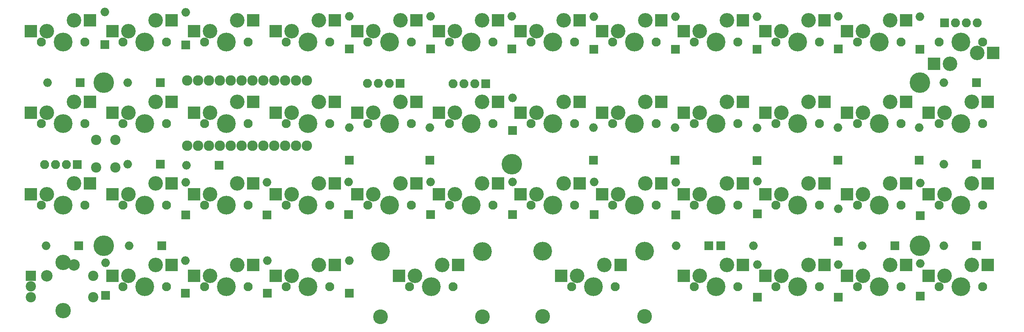
<source format=gbs>
G04 #@! TF.GenerationSoftware,KiCad,Pcbnew,(5.1.5)-3*
G04 #@! TF.CreationDate,2022-02-19T00:44:22-06:00*
G04 #@! TF.ProjectId,Contra,436f6e74-7261-42e6-9b69-6361645f7063,rev?*
G04 #@! TF.SameCoordinates,Original*
G04 #@! TF.FileFunction,Soldermask,Bot*
G04 #@! TF.FilePolarity,Negative*
%FSLAX46Y46*%
G04 Gerber Fmt 4.6, Leading zero omitted, Abs format (unit mm)*
G04 Created by KiCad (PCBNEW (5.1.5)-3) date 2022-02-19 00:44:22*
%MOMM*%
%LPD*%
G04 APERTURE LIST*
%ADD10R,2.000000X2.000000*%
%ADD11O,2.000000X2.000000*%
%ADD12R,2.950000X2.900000*%
%ADD13C,2.101800*%
%ADD14C,4.387800*%
%ADD15C,3.400000*%
%ADD16C,2.686000*%
%ADD17C,2.400000*%
%ADD18C,2.432000*%
%ADD19C,4.800000*%
%ADD20C,1.100000*%
%ADD21C,3.448000*%
%ADD22C,3.600000*%
%ADD23R,2.400000X2.400000*%
%ADD24R,2.100000X2.100000*%
%ADD25O,2.100000X2.100000*%
G04 APERTURE END LIST*
D10*
X42068750Y-47625000D03*
D11*
X34448750Y-47625000D03*
D12*
X68640000Y-35560000D03*
D13*
X71120000Y-38100000D03*
X81280000Y-38100000D03*
D14*
X76200000Y-38100000D03*
D15*
X72390000Y-35560000D03*
X78740000Y-33020000D03*
D12*
X82490000Y-33020000D03*
X241360000Y-43180000D03*
D15*
X245110000Y-43180000D03*
X251460000Y-40640000D03*
D14*
X247650000Y-38100000D03*
D13*
X242570000Y-38100000D03*
X252730000Y-38100000D03*
D12*
X255210000Y-40640000D03*
X106740000Y-54610000D03*
D13*
X109220000Y-57150000D03*
X119380000Y-57150000D03*
D14*
X114300000Y-57150000D03*
D15*
X110490000Y-54610000D03*
X116840000Y-52070000D03*
D12*
X120590000Y-52070000D03*
X30540000Y-35560000D03*
D13*
X33020000Y-38100000D03*
X43180000Y-38100000D03*
D14*
X38100000Y-38100000D03*
D15*
X34290000Y-35560000D03*
X40640000Y-33020000D03*
D12*
X44390000Y-33020000D03*
X182940000Y-35560000D03*
D13*
X185420000Y-38100000D03*
X195580000Y-38100000D03*
D14*
X190500000Y-38100000D03*
D15*
X186690000Y-35560000D03*
X193040000Y-33020000D03*
D12*
X196790000Y-33020000D03*
X221040000Y-35560000D03*
D13*
X223520000Y-38100000D03*
X233680000Y-38100000D03*
D14*
X228600000Y-38100000D03*
D15*
X224790000Y-35560000D03*
X231140000Y-33020000D03*
D12*
X234890000Y-33020000D03*
X139640000Y-52070000D03*
D15*
X135890000Y-52070000D03*
X129540000Y-54610000D03*
D14*
X133350000Y-57150000D03*
D13*
X138430000Y-57150000D03*
X128270000Y-57150000D03*
D12*
X125790000Y-54610000D03*
X106740000Y-35560000D03*
D13*
X109220000Y-38100000D03*
X119380000Y-38100000D03*
D14*
X114300000Y-38100000D03*
D15*
X110490000Y-35560000D03*
X116840000Y-33020000D03*
D12*
X120590000Y-33020000D03*
X177740000Y-52070000D03*
D15*
X173990000Y-52070000D03*
X167640000Y-54610000D03*
D14*
X171450000Y-57150000D03*
D13*
X176530000Y-57150000D03*
X166370000Y-57150000D03*
D12*
X163890000Y-54610000D03*
X182940000Y-54610000D03*
D13*
X185420000Y-57150000D03*
X195580000Y-57150000D03*
D14*
X190500000Y-57150000D03*
D15*
X186690000Y-54610000D03*
X193040000Y-52070000D03*
D12*
X196790000Y-52070000D03*
X101540000Y-33020000D03*
D15*
X97790000Y-33020000D03*
X91440000Y-35560000D03*
D14*
X95250000Y-38100000D03*
D13*
X100330000Y-38100000D03*
X90170000Y-38100000D03*
D12*
X87690000Y-35560000D03*
X215840000Y-33020000D03*
D15*
X212090000Y-33020000D03*
X205740000Y-35560000D03*
D14*
X209550000Y-38100000D03*
D13*
X214630000Y-38100000D03*
X204470000Y-38100000D03*
D12*
X201990000Y-35560000D03*
X177740000Y-33020000D03*
D15*
X173990000Y-33020000D03*
X167640000Y-35560000D03*
D14*
X171450000Y-38100000D03*
D13*
X176530000Y-38100000D03*
X166370000Y-38100000D03*
D12*
X163890000Y-35560000D03*
X30540000Y-54610000D03*
D13*
X33020000Y-57150000D03*
X43180000Y-57150000D03*
D14*
X38100000Y-57150000D03*
D15*
X34290000Y-54610000D03*
X40640000Y-52070000D03*
D12*
X44390000Y-52070000D03*
X139640000Y-33020000D03*
D15*
X135890000Y-33020000D03*
X129540000Y-35560000D03*
D14*
X133350000Y-38100000D03*
D13*
X138430000Y-38100000D03*
X128270000Y-38100000D03*
D12*
X125790000Y-35560000D03*
X144840000Y-54610000D03*
D13*
X147320000Y-57150000D03*
X157480000Y-57150000D03*
D14*
X152400000Y-57150000D03*
D15*
X148590000Y-54610000D03*
X154940000Y-52070000D03*
D12*
X158690000Y-52070000D03*
X101540000Y-52070000D03*
D15*
X97790000Y-52070000D03*
X91440000Y-54610000D03*
D14*
X95250000Y-57150000D03*
D13*
X100330000Y-57150000D03*
X90170000Y-57150000D03*
D12*
X87690000Y-54610000D03*
X63440000Y-33020000D03*
D15*
X59690000Y-33020000D03*
X53340000Y-35560000D03*
D14*
X57150000Y-38100000D03*
D13*
X62230000Y-38100000D03*
X52070000Y-38100000D03*
D12*
X49590000Y-35560000D03*
D16*
X34280000Y-92700000D03*
X40630000Y-90160000D03*
D11*
X162050000Y-70820000D03*
D10*
X162050000Y-78440000D03*
D11*
X199220000Y-85670000D03*
D10*
X191600000Y-85670000D03*
X219020000Y-84660000D03*
D11*
X219020000Y-77040000D03*
D10*
X142970000Y-78410000D03*
D11*
X142970000Y-70790000D03*
D10*
X104910000Y-96780000D03*
D11*
X104910000Y-89160000D03*
X224631250Y-85725000D03*
D10*
X232251250Y-85725000D03*
X200140000Y-78250000D03*
D11*
X200140000Y-70630000D03*
D10*
X238160000Y-97450000D03*
D11*
X238160000Y-89830000D03*
D10*
X238160000Y-78670000D03*
D11*
X238160000Y-71050000D03*
D10*
X251301250Y-85725000D03*
D11*
X243681250Y-85725000D03*
X181180000Y-85700000D03*
D10*
X188800000Y-85700000D03*
X47970000Y-97260000D03*
D11*
X47970000Y-89640000D03*
X85700000Y-70850000D03*
D10*
X85700000Y-78470000D03*
D11*
X219080000Y-90090000D03*
D10*
X219080000Y-97710000D03*
D11*
X85740000Y-89160000D03*
D10*
X85740000Y-96780000D03*
X123860000Y-78410000D03*
D11*
X123860000Y-70790000D03*
X200140000Y-90090000D03*
D10*
X200140000Y-97710000D03*
D11*
X104780000Y-70790000D03*
D10*
X104780000Y-78410000D03*
D11*
X53181250Y-47625000D03*
D10*
X60801250Y-47625000D03*
X104880000Y-65690000D03*
D11*
X104880000Y-58070000D03*
X180930000Y-58070000D03*
D10*
X180930000Y-65690000D03*
D11*
X66740000Y-31140000D03*
D10*
X66740000Y-38760000D03*
X47840000Y-38720000D03*
D11*
X47840000Y-31100000D03*
X123730000Y-58070000D03*
D10*
X123730000Y-65690000D03*
D11*
X243681250Y-66675000D03*
D10*
X251301250Y-66675000D03*
X238100000Y-39780000D03*
D11*
X238100000Y-32160000D03*
D10*
X237940000Y-65690000D03*
D11*
X237940000Y-58070000D03*
X200040000Y-58130000D03*
D10*
X200040000Y-65750000D03*
X60801250Y-66675000D03*
D11*
X53181250Y-66675000D03*
D10*
X142970000Y-58730000D03*
D11*
X142970000Y-51110000D03*
X66890000Y-66880000D03*
D10*
X74510000Y-66880000D03*
X218920000Y-65690000D03*
D11*
X218920000Y-58070000D03*
D10*
X123860000Y-39750000D03*
D11*
X123860000Y-32130000D03*
D10*
X161880000Y-65720000D03*
D11*
X161880000Y-58100000D03*
X161980000Y-32160000D03*
D10*
X161980000Y-39780000D03*
D11*
X181060000Y-32160000D03*
D10*
X181060000Y-39780000D03*
D12*
X201990000Y-92710000D03*
D13*
X204470000Y-95250000D03*
X214630000Y-95250000D03*
D14*
X209550000Y-95250000D03*
D15*
X205740000Y-92710000D03*
X212090000Y-90170000D03*
D12*
X215840000Y-90170000D03*
X130340000Y-90190000D03*
D15*
X126590000Y-90190000D03*
X120240000Y-92730000D03*
D14*
X124050000Y-95270000D03*
D13*
X129130000Y-95270000D03*
X118970000Y-95270000D03*
D12*
X116490000Y-92730000D03*
X240090000Y-73660000D03*
D13*
X242570000Y-76200000D03*
X252730000Y-76200000D03*
D14*
X247650000Y-76200000D03*
D15*
X243840000Y-73660000D03*
X250190000Y-71120000D03*
D12*
X253940000Y-71120000D03*
X63440000Y-90170000D03*
D15*
X59690000Y-90170000D03*
X53340000Y-92710000D03*
D14*
X57150000Y-95250000D03*
D13*
X62230000Y-95250000D03*
X52070000Y-95250000D03*
D12*
X49590000Y-92710000D03*
X182940000Y-92710000D03*
D13*
X185420000Y-95250000D03*
X195580000Y-95250000D03*
D14*
X190500000Y-95250000D03*
D15*
X186690000Y-92710000D03*
X193040000Y-90170000D03*
D12*
X196790000Y-90170000D03*
D17*
X45780000Y-67430000D03*
X50280000Y-67430000D03*
X45780000Y-60930000D03*
X50280000Y-60930000D03*
D12*
X154360000Y-92710000D03*
D13*
X156840000Y-95250000D03*
X167000000Y-95250000D03*
D14*
X161920000Y-95250000D03*
D15*
X158110000Y-92710000D03*
X164460000Y-90170000D03*
D12*
X168210000Y-90170000D03*
X101540000Y-90170000D03*
D15*
X97790000Y-90170000D03*
X91440000Y-92710000D03*
D14*
X95250000Y-95250000D03*
D13*
X100330000Y-95250000D03*
X90170000Y-95250000D03*
D12*
X87690000Y-92710000D03*
X125790000Y-73660000D03*
D13*
X128270000Y-76200000D03*
X138430000Y-76200000D03*
D14*
X133350000Y-76200000D03*
D15*
X129540000Y-73660000D03*
X135890000Y-71120000D03*
D12*
X139640000Y-71120000D03*
X221040000Y-92710000D03*
D13*
X223520000Y-95250000D03*
X233680000Y-95250000D03*
D14*
X228600000Y-95250000D03*
D15*
X224790000Y-92710000D03*
X231140000Y-90170000D03*
D12*
X234890000Y-90170000D03*
X68640000Y-54610000D03*
D13*
X71120000Y-57150000D03*
X81280000Y-57150000D03*
D14*
X76200000Y-57150000D03*
D15*
X72390000Y-54610000D03*
X78740000Y-52070000D03*
D12*
X82490000Y-52070000D03*
X63440000Y-52070000D03*
D15*
X59690000Y-52070000D03*
X53340000Y-54610000D03*
D14*
X57150000Y-57150000D03*
D13*
X62230000Y-57150000D03*
X52070000Y-57150000D03*
D12*
X49590000Y-54610000D03*
X253940000Y-90170000D03*
D15*
X250190000Y-90170000D03*
X243840000Y-92710000D03*
D14*
X247650000Y-95250000D03*
D13*
X252730000Y-95250000D03*
X242570000Y-95250000D03*
D12*
X240090000Y-92710000D03*
X158690000Y-71120000D03*
D15*
X154940000Y-71120000D03*
X148590000Y-73660000D03*
D14*
X152400000Y-76200000D03*
D13*
X157480000Y-76200000D03*
X147320000Y-76200000D03*
D12*
X144840000Y-73660000D03*
X221040000Y-73660000D03*
D13*
X223520000Y-76200000D03*
X233680000Y-76200000D03*
D14*
X228600000Y-76200000D03*
D15*
X224790000Y-73660000D03*
X231140000Y-71120000D03*
D12*
X234890000Y-71120000D03*
X177740000Y-71120000D03*
D15*
X173990000Y-71120000D03*
X167640000Y-73660000D03*
D14*
X171450000Y-76200000D03*
D13*
X176530000Y-76200000D03*
X166370000Y-76200000D03*
D12*
X163890000Y-73660000D03*
X182940000Y-73660000D03*
D13*
X185420000Y-76200000D03*
X195580000Y-76200000D03*
D14*
X190500000Y-76200000D03*
D15*
X186690000Y-73660000D03*
X193040000Y-71120000D03*
D12*
X196790000Y-71120000D03*
X253940000Y-52070000D03*
D15*
X250190000Y-52070000D03*
X243840000Y-54610000D03*
D14*
X247650000Y-57150000D03*
D13*
X252730000Y-57150000D03*
X242570000Y-57150000D03*
D12*
X240090000Y-54610000D03*
X49590000Y-73660000D03*
D13*
X52070000Y-76200000D03*
X62230000Y-76200000D03*
D14*
X57150000Y-76200000D03*
D15*
X53340000Y-73660000D03*
X59690000Y-71120000D03*
D12*
X63440000Y-71120000D03*
X82490000Y-71120000D03*
D15*
X78740000Y-71120000D03*
X72390000Y-73660000D03*
D14*
X76200000Y-76200000D03*
D13*
X81280000Y-76200000D03*
X71120000Y-76200000D03*
D12*
X68640000Y-73660000D03*
X87690000Y-73660000D03*
D13*
X90170000Y-76200000D03*
X100330000Y-76200000D03*
D14*
X95250000Y-76200000D03*
D15*
X91440000Y-73660000D03*
X97790000Y-71120000D03*
D12*
X101540000Y-71120000D03*
X82490000Y-90170000D03*
D15*
X78740000Y-90170000D03*
X72390000Y-92710000D03*
D14*
X76200000Y-95250000D03*
D13*
X81280000Y-95250000D03*
X71120000Y-95250000D03*
D12*
X68640000Y-92710000D03*
X201990000Y-73660000D03*
D13*
X204470000Y-76200000D03*
X214630000Y-76200000D03*
D14*
X209550000Y-76200000D03*
D15*
X205740000Y-73660000D03*
X212090000Y-71120000D03*
D12*
X215840000Y-71120000D03*
X215840000Y-52070000D03*
D15*
X212090000Y-52070000D03*
X205740000Y-54610000D03*
D14*
X209550000Y-57150000D03*
D13*
X214630000Y-57150000D03*
X204470000Y-57150000D03*
D12*
X201990000Y-54610000D03*
X44390000Y-71120000D03*
D15*
X40640000Y-71120000D03*
X34290000Y-73660000D03*
D14*
X38100000Y-76200000D03*
D13*
X43180000Y-76200000D03*
X33020000Y-76200000D03*
D12*
X30540000Y-73660000D03*
X120590000Y-71120000D03*
D15*
X116840000Y-71120000D03*
X110490000Y-73660000D03*
D14*
X114300000Y-76200000D03*
D13*
X119380000Y-76200000D03*
X109220000Y-76200000D03*
D12*
X106740000Y-73660000D03*
X144840000Y-35560000D03*
D13*
X147320000Y-38100000D03*
X157480000Y-38100000D03*
D14*
X152400000Y-38100000D03*
D15*
X148590000Y-35560000D03*
X154940000Y-33020000D03*
D12*
X158690000Y-33020000D03*
X221040000Y-54610000D03*
D13*
X223520000Y-57150000D03*
X233680000Y-57150000D03*
D14*
X228600000Y-57150000D03*
D15*
X224790000Y-54610000D03*
X231140000Y-52070000D03*
D12*
X234890000Y-52070000D03*
D11*
X181120000Y-70850000D03*
D10*
X181120000Y-78470000D03*
X66720000Y-78470000D03*
D11*
X66720000Y-70850000D03*
X200100000Y-32160000D03*
D10*
X200100000Y-39780000D03*
D18*
X67050000Y-47080000D03*
X69590000Y-47080000D03*
X72130000Y-47080000D03*
X74670000Y-47080000D03*
X77210000Y-47080000D03*
X79750000Y-47080000D03*
X82290000Y-47080000D03*
X84830000Y-47080000D03*
X87370000Y-47080000D03*
X89910000Y-47080000D03*
X92450000Y-47080000D03*
X94990000Y-47080000D03*
X67050000Y-62320000D03*
X69590000Y-62320000D03*
X72130000Y-62320000D03*
X74670000Y-62320000D03*
X77210000Y-62320000D03*
X79750000Y-62320000D03*
X82290000Y-62320000D03*
X84830000Y-62320000D03*
X87370000Y-62320000D03*
X89910000Y-62320000D03*
X92450000Y-62320000D03*
X94990000Y-62320000D03*
D10*
X104880000Y-39750000D03*
D11*
X104880000Y-32130000D03*
X53498750Y-85725000D03*
D10*
X61118750Y-85725000D03*
D11*
X66660000Y-89160000D03*
D10*
X66660000Y-96780000D03*
D11*
X34131250Y-85725000D03*
D10*
X41751250Y-85725000D03*
D11*
X142870000Y-32130000D03*
D10*
X142870000Y-39750000D03*
X219080000Y-39750000D03*
D11*
X219080000Y-32130000D03*
D10*
X251301250Y-47625000D03*
D11*
X243681250Y-47625000D03*
D19*
X238125000Y-85725000D03*
D20*
X239775000Y-85725000D03*
X239291726Y-86891726D03*
X238125000Y-87375000D03*
X236958274Y-86891726D03*
X236475000Y-85725000D03*
X236958274Y-84558274D03*
X238125000Y-84075000D03*
X239291726Y-84558274D03*
D19*
X238125000Y-47625000D03*
D20*
X239775000Y-47625000D03*
X239291726Y-48791726D03*
X238125000Y-49275000D03*
X236958274Y-48791726D03*
X236475000Y-47625000D03*
X236958274Y-46458274D03*
X238125000Y-45975000D03*
X239291726Y-46458274D03*
D19*
X142875000Y-66675000D03*
D20*
X144525000Y-66675000D03*
X144041726Y-67841726D03*
X142875000Y-68325000D03*
X141708274Y-67841726D03*
X141225000Y-66675000D03*
X141708274Y-65508274D03*
X142875000Y-65025000D03*
X144041726Y-65508274D03*
D19*
X47625000Y-47625000D03*
D20*
X49275000Y-47625000D03*
X48791726Y-48791726D03*
X47625000Y-49275000D03*
X46458274Y-48791726D03*
X45975000Y-47625000D03*
X46458274Y-46458274D03*
X47625000Y-45975000D03*
X48791726Y-46458274D03*
D19*
X47625000Y-85725000D03*
D20*
X49275000Y-85725000D03*
X48791726Y-86891726D03*
X47625000Y-87375000D03*
X46458274Y-86891726D03*
X45975000Y-85725000D03*
X46458274Y-84558274D03*
X47625000Y-84075000D03*
X48791726Y-84558274D03*
D21*
X135950000Y-102265000D03*
X112150000Y-102265000D03*
D14*
X135950000Y-87025000D03*
X112150000Y-87025000D03*
X150020000Y-86995000D03*
X173820000Y-86995000D03*
D21*
X150020000Y-102235000D03*
X173820000Y-102235000D03*
D17*
X45100000Y-97700000D03*
X45100000Y-92700000D03*
D22*
X38100000Y-100800000D03*
X38100000Y-89600000D03*
D17*
X30600000Y-97700000D03*
X30600000Y-95200000D03*
D23*
X30600000Y-92700000D03*
D24*
X41410000Y-66710000D03*
D25*
X38870000Y-66710000D03*
X36330000Y-66710000D03*
X33790000Y-66710000D03*
X251440000Y-33630000D03*
X248900000Y-33630000D03*
X246360000Y-33630000D03*
D24*
X243820000Y-33630000D03*
X136760000Y-47800000D03*
D25*
X134220000Y-47800000D03*
X131680000Y-47800000D03*
X129140000Y-47800000D03*
X109130000Y-47740000D03*
X111670000Y-47740000D03*
X114210000Y-47740000D03*
D24*
X116750000Y-47740000D03*
M02*

</source>
